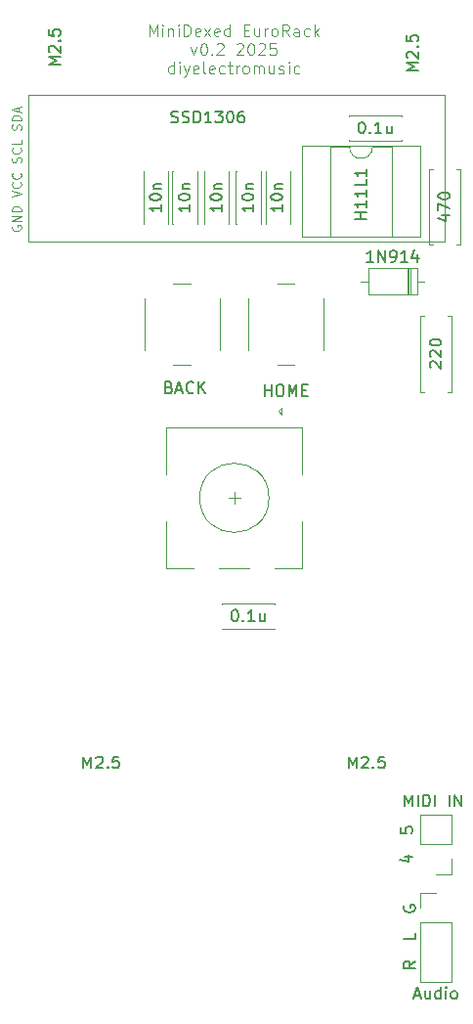
<source format=gbr>
%TF.GenerationSoftware,KiCad,Pcbnew,8.0.7*%
%TF.CreationDate,2025-02-20T21:39:26+00:00*%
%TF.ProjectId,RPi-MiniDexed-EuroRack,5250692d-4d69-46e6-9944-657865642d45,rev?*%
%TF.SameCoordinates,Original*%
%TF.FileFunction,Legend,Top*%
%TF.FilePolarity,Positive*%
%FSLAX46Y46*%
G04 Gerber Fmt 4.6, Leading zero omitted, Abs format (unit mm)*
G04 Created by KiCad (PCBNEW 8.0.7) date 2025-02-20 21:39:26*
%MOMM*%
%LPD*%
G01*
G04 APERTURE LIST*
%ADD10C,0.200000*%
%ADD11C,0.100000*%
%ADD12C,0.150000*%
%ADD13C,0.120000*%
G04 APERTURE END LIST*
D10*
X84785552Y-123297619D02*
X85452219Y-123297619D01*
X84404600Y-123535714D02*
X85118885Y-123773809D01*
X85118885Y-123773809D02*
X85118885Y-123154762D01*
X84452219Y-120773809D02*
X84452219Y-121249999D01*
X84452219Y-121249999D02*
X84928409Y-121297618D01*
X84928409Y-121297618D02*
X84880790Y-121249999D01*
X84880790Y-121249999D02*
X84833171Y-121154761D01*
X84833171Y-121154761D02*
X84833171Y-120916666D01*
X84833171Y-120916666D02*
X84880790Y-120821428D01*
X84880790Y-120821428D02*
X84928409Y-120773809D01*
X84928409Y-120773809D02*
X85023647Y-120726190D01*
X85023647Y-120726190D02*
X85261742Y-120726190D01*
X85261742Y-120726190D02*
X85356980Y-120773809D01*
X85356980Y-120773809D02*
X85404600Y-120821428D01*
X85404600Y-120821428D02*
X85452219Y-120916666D01*
X85452219Y-120916666D02*
X85452219Y-121154761D01*
X85452219Y-121154761D02*
X85404600Y-121249999D01*
X85404600Y-121249999D02*
X85356980Y-121297618D01*
D11*
X50802990Y-68695238D02*
X50764895Y-68771428D01*
X50764895Y-68771428D02*
X50764895Y-68885714D01*
X50764895Y-68885714D02*
X50802990Y-69000000D01*
X50802990Y-69000000D02*
X50879180Y-69076190D01*
X50879180Y-69076190D02*
X50955371Y-69114285D01*
X50955371Y-69114285D02*
X51107752Y-69152381D01*
X51107752Y-69152381D02*
X51222038Y-69152381D01*
X51222038Y-69152381D02*
X51374419Y-69114285D01*
X51374419Y-69114285D02*
X51450609Y-69076190D01*
X51450609Y-69076190D02*
X51526800Y-69000000D01*
X51526800Y-69000000D02*
X51564895Y-68885714D01*
X51564895Y-68885714D02*
X51564895Y-68809523D01*
X51564895Y-68809523D02*
X51526800Y-68695238D01*
X51526800Y-68695238D02*
X51488704Y-68657142D01*
X51488704Y-68657142D02*
X51222038Y-68657142D01*
X51222038Y-68657142D02*
X51222038Y-68809523D01*
X51564895Y-68314285D02*
X50764895Y-68314285D01*
X50764895Y-68314285D02*
X51564895Y-67857142D01*
X51564895Y-67857142D02*
X50764895Y-67857142D01*
X51564895Y-67476190D02*
X50764895Y-67476190D01*
X50764895Y-67476190D02*
X50764895Y-67285714D01*
X50764895Y-67285714D02*
X50802990Y-67171428D01*
X50802990Y-67171428D02*
X50879180Y-67095238D01*
X50879180Y-67095238D02*
X50955371Y-67057143D01*
X50955371Y-67057143D02*
X51107752Y-67019047D01*
X51107752Y-67019047D02*
X51222038Y-67019047D01*
X51222038Y-67019047D02*
X51374419Y-67057143D01*
X51374419Y-67057143D02*
X51450609Y-67095238D01*
X51450609Y-67095238D02*
X51526800Y-67171428D01*
X51526800Y-67171428D02*
X51564895Y-67285714D01*
X51564895Y-67285714D02*
X51564895Y-67476190D01*
X50764895Y-66180952D02*
X51564895Y-65914285D01*
X51564895Y-65914285D02*
X50764895Y-65647619D01*
X51488704Y-64923809D02*
X51526800Y-64961905D01*
X51526800Y-64961905D02*
X51564895Y-65076190D01*
X51564895Y-65076190D02*
X51564895Y-65152381D01*
X51564895Y-65152381D02*
X51526800Y-65266667D01*
X51526800Y-65266667D02*
X51450609Y-65342857D01*
X51450609Y-65342857D02*
X51374419Y-65380952D01*
X51374419Y-65380952D02*
X51222038Y-65419048D01*
X51222038Y-65419048D02*
X51107752Y-65419048D01*
X51107752Y-65419048D02*
X50955371Y-65380952D01*
X50955371Y-65380952D02*
X50879180Y-65342857D01*
X50879180Y-65342857D02*
X50802990Y-65266667D01*
X50802990Y-65266667D02*
X50764895Y-65152381D01*
X50764895Y-65152381D02*
X50764895Y-65076190D01*
X50764895Y-65076190D02*
X50802990Y-64961905D01*
X50802990Y-64961905D02*
X50841085Y-64923809D01*
X51488704Y-64123809D02*
X51526800Y-64161905D01*
X51526800Y-64161905D02*
X51564895Y-64276190D01*
X51564895Y-64276190D02*
X51564895Y-64352381D01*
X51564895Y-64352381D02*
X51526800Y-64466667D01*
X51526800Y-64466667D02*
X51450609Y-64542857D01*
X51450609Y-64542857D02*
X51374419Y-64580952D01*
X51374419Y-64580952D02*
X51222038Y-64619048D01*
X51222038Y-64619048D02*
X51107752Y-64619048D01*
X51107752Y-64619048D02*
X50955371Y-64580952D01*
X50955371Y-64580952D02*
X50879180Y-64542857D01*
X50879180Y-64542857D02*
X50802990Y-64466667D01*
X50802990Y-64466667D02*
X50764895Y-64352381D01*
X50764895Y-64352381D02*
X50764895Y-64276190D01*
X50764895Y-64276190D02*
X50802990Y-64161905D01*
X50802990Y-64161905D02*
X50841085Y-64123809D01*
X51526800Y-63209524D02*
X51564895Y-63095238D01*
X51564895Y-63095238D02*
X51564895Y-62904762D01*
X51564895Y-62904762D02*
X51526800Y-62828571D01*
X51526800Y-62828571D02*
X51488704Y-62790476D01*
X51488704Y-62790476D02*
X51412514Y-62752381D01*
X51412514Y-62752381D02*
X51336323Y-62752381D01*
X51336323Y-62752381D02*
X51260133Y-62790476D01*
X51260133Y-62790476D02*
X51222038Y-62828571D01*
X51222038Y-62828571D02*
X51183942Y-62904762D01*
X51183942Y-62904762D02*
X51145847Y-63057143D01*
X51145847Y-63057143D02*
X51107752Y-63133333D01*
X51107752Y-63133333D02*
X51069657Y-63171428D01*
X51069657Y-63171428D02*
X50993466Y-63209524D01*
X50993466Y-63209524D02*
X50917276Y-63209524D01*
X50917276Y-63209524D02*
X50841085Y-63171428D01*
X50841085Y-63171428D02*
X50802990Y-63133333D01*
X50802990Y-63133333D02*
X50764895Y-63057143D01*
X50764895Y-63057143D02*
X50764895Y-62866666D01*
X50764895Y-62866666D02*
X50802990Y-62752381D01*
X51488704Y-61952380D02*
X51526800Y-61990476D01*
X51526800Y-61990476D02*
X51564895Y-62104761D01*
X51564895Y-62104761D02*
X51564895Y-62180952D01*
X51564895Y-62180952D02*
X51526800Y-62295238D01*
X51526800Y-62295238D02*
X51450609Y-62371428D01*
X51450609Y-62371428D02*
X51374419Y-62409523D01*
X51374419Y-62409523D02*
X51222038Y-62447619D01*
X51222038Y-62447619D02*
X51107752Y-62447619D01*
X51107752Y-62447619D02*
X50955371Y-62409523D01*
X50955371Y-62409523D02*
X50879180Y-62371428D01*
X50879180Y-62371428D02*
X50802990Y-62295238D01*
X50802990Y-62295238D02*
X50764895Y-62180952D01*
X50764895Y-62180952D02*
X50764895Y-62104761D01*
X50764895Y-62104761D02*
X50802990Y-61990476D01*
X50802990Y-61990476D02*
X50841085Y-61952380D01*
X51564895Y-61228571D02*
X51564895Y-61609523D01*
X51564895Y-61609523D02*
X50764895Y-61609523D01*
X51526800Y-60390476D02*
X51564895Y-60276190D01*
X51564895Y-60276190D02*
X51564895Y-60085714D01*
X51564895Y-60085714D02*
X51526800Y-60009523D01*
X51526800Y-60009523D02*
X51488704Y-59971428D01*
X51488704Y-59971428D02*
X51412514Y-59933333D01*
X51412514Y-59933333D02*
X51336323Y-59933333D01*
X51336323Y-59933333D02*
X51260133Y-59971428D01*
X51260133Y-59971428D02*
X51222038Y-60009523D01*
X51222038Y-60009523D02*
X51183942Y-60085714D01*
X51183942Y-60085714D02*
X51145847Y-60238095D01*
X51145847Y-60238095D02*
X51107752Y-60314285D01*
X51107752Y-60314285D02*
X51069657Y-60352380D01*
X51069657Y-60352380D02*
X50993466Y-60390476D01*
X50993466Y-60390476D02*
X50917276Y-60390476D01*
X50917276Y-60390476D02*
X50841085Y-60352380D01*
X50841085Y-60352380D02*
X50802990Y-60314285D01*
X50802990Y-60314285D02*
X50764895Y-60238095D01*
X50764895Y-60238095D02*
X50764895Y-60047618D01*
X50764895Y-60047618D02*
X50802990Y-59933333D01*
X51564895Y-59590475D02*
X50764895Y-59590475D01*
X50764895Y-59590475D02*
X50764895Y-59399999D01*
X50764895Y-59399999D02*
X50802990Y-59285713D01*
X50802990Y-59285713D02*
X50879180Y-59209523D01*
X50879180Y-59209523D02*
X50955371Y-59171428D01*
X50955371Y-59171428D02*
X51107752Y-59133332D01*
X51107752Y-59133332D02*
X51222038Y-59133332D01*
X51222038Y-59133332D02*
X51374419Y-59171428D01*
X51374419Y-59171428D02*
X51450609Y-59209523D01*
X51450609Y-59209523D02*
X51526800Y-59285713D01*
X51526800Y-59285713D02*
X51564895Y-59399999D01*
X51564895Y-59399999D02*
X51564895Y-59590475D01*
X51336323Y-58828571D02*
X51336323Y-58447618D01*
X51564895Y-58904761D02*
X50764895Y-58638094D01*
X50764895Y-58638094D02*
X51564895Y-58371428D01*
X62690476Y-52292419D02*
X62690476Y-51292419D01*
X62690476Y-51292419D02*
X63023809Y-52006704D01*
X63023809Y-52006704D02*
X63357142Y-51292419D01*
X63357142Y-51292419D02*
X63357142Y-52292419D01*
X63833333Y-52292419D02*
X63833333Y-51625752D01*
X63833333Y-51292419D02*
X63785714Y-51340038D01*
X63785714Y-51340038D02*
X63833333Y-51387657D01*
X63833333Y-51387657D02*
X63880952Y-51340038D01*
X63880952Y-51340038D02*
X63833333Y-51292419D01*
X63833333Y-51292419D02*
X63833333Y-51387657D01*
X64309523Y-51625752D02*
X64309523Y-52292419D01*
X64309523Y-51720990D02*
X64357142Y-51673371D01*
X64357142Y-51673371D02*
X64452380Y-51625752D01*
X64452380Y-51625752D02*
X64595237Y-51625752D01*
X64595237Y-51625752D02*
X64690475Y-51673371D01*
X64690475Y-51673371D02*
X64738094Y-51768609D01*
X64738094Y-51768609D02*
X64738094Y-52292419D01*
X65214285Y-52292419D02*
X65214285Y-51625752D01*
X65214285Y-51292419D02*
X65166666Y-51340038D01*
X65166666Y-51340038D02*
X65214285Y-51387657D01*
X65214285Y-51387657D02*
X65261904Y-51340038D01*
X65261904Y-51340038D02*
X65214285Y-51292419D01*
X65214285Y-51292419D02*
X65214285Y-51387657D01*
X65690475Y-52292419D02*
X65690475Y-51292419D01*
X65690475Y-51292419D02*
X65928570Y-51292419D01*
X65928570Y-51292419D02*
X66071427Y-51340038D01*
X66071427Y-51340038D02*
X66166665Y-51435276D01*
X66166665Y-51435276D02*
X66214284Y-51530514D01*
X66214284Y-51530514D02*
X66261903Y-51720990D01*
X66261903Y-51720990D02*
X66261903Y-51863847D01*
X66261903Y-51863847D02*
X66214284Y-52054323D01*
X66214284Y-52054323D02*
X66166665Y-52149561D01*
X66166665Y-52149561D02*
X66071427Y-52244800D01*
X66071427Y-52244800D02*
X65928570Y-52292419D01*
X65928570Y-52292419D02*
X65690475Y-52292419D01*
X67071427Y-52244800D02*
X66976189Y-52292419D01*
X66976189Y-52292419D02*
X66785713Y-52292419D01*
X66785713Y-52292419D02*
X66690475Y-52244800D01*
X66690475Y-52244800D02*
X66642856Y-52149561D01*
X66642856Y-52149561D02*
X66642856Y-51768609D01*
X66642856Y-51768609D02*
X66690475Y-51673371D01*
X66690475Y-51673371D02*
X66785713Y-51625752D01*
X66785713Y-51625752D02*
X66976189Y-51625752D01*
X66976189Y-51625752D02*
X67071427Y-51673371D01*
X67071427Y-51673371D02*
X67119046Y-51768609D01*
X67119046Y-51768609D02*
X67119046Y-51863847D01*
X67119046Y-51863847D02*
X66642856Y-51959085D01*
X67452380Y-52292419D02*
X67976189Y-51625752D01*
X67452380Y-51625752D02*
X67976189Y-52292419D01*
X68738094Y-52244800D02*
X68642856Y-52292419D01*
X68642856Y-52292419D02*
X68452380Y-52292419D01*
X68452380Y-52292419D02*
X68357142Y-52244800D01*
X68357142Y-52244800D02*
X68309523Y-52149561D01*
X68309523Y-52149561D02*
X68309523Y-51768609D01*
X68309523Y-51768609D02*
X68357142Y-51673371D01*
X68357142Y-51673371D02*
X68452380Y-51625752D01*
X68452380Y-51625752D02*
X68642856Y-51625752D01*
X68642856Y-51625752D02*
X68738094Y-51673371D01*
X68738094Y-51673371D02*
X68785713Y-51768609D01*
X68785713Y-51768609D02*
X68785713Y-51863847D01*
X68785713Y-51863847D02*
X68309523Y-51959085D01*
X69642856Y-52292419D02*
X69642856Y-51292419D01*
X69642856Y-52244800D02*
X69547618Y-52292419D01*
X69547618Y-52292419D02*
X69357142Y-52292419D01*
X69357142Y-52292419D02*
X69261904Y-52244800D01*
X69261904Y-52244800D02*
X69214285Y-52197180D01*
X69214285Y-52197180D02*
X69166666Y-52101942D01*
X69166666Y-52101942D02*
X69166666Y-51816228D01*
X69166666Y-51816228D02*
X69214285Y-51720990D01*
X69214285Y-51720990D02*
X69261904Y-51673371D01*
X69261904Y-51673371D02*
X69357142Y-51625752D01*
X69357142Y-51625752D02*
X69547618Y-51625752D01*
X69547618Y-51625752D02*
X69642856Y-51673371D01*
X70880952Y-51768609D02*
X71214285Y-51768609D01*
X71357142Y-52292419D02*
X70880952Y-52292419D01*
X70880952Y-52292419D02*
X70880952Y-51292419D01*
X70880952Y-51292419D02*
X71357142Y-51292419D01*
X72214285Y-51625752D02*
X72214285Y-52292419D01*
X71785714Y-51625752D02*
X71785714Y-52149561D01*
X71785714Y-52149561D02*
X71833333Y-52244800D01*
X71833333Y-52244800D02*
X71928571Y-52292419D01*
X71928571Y-52292419D02*
X72071428Y-52292419D01*
X72071428Y-52292419D02*
X72166666Y-52244800D01*
X72166666Y-52244800D02*
X72214285Y-52197180D01*
X72690476Y-52292419D02*
X72690476Y-51625752D01*
X72690476Y-51816228D02*
X72738095Y-51720990D01*
X72738095Y-51720990D02*
X72785714Y-51673371D01*
X72785714Y-51673371D02*
X72880952Y-51625752D01*
X72880952Y-51625752D02*
X72976190Y-51625752D01*
X73452381Y-52292419D02*
X73357143Y-52244800D01*
X73357143Y-52244800D02*
X73309524Y-52197180D01*
X73309524Y-52197180D02*
X73261905Y-52101942D01*
X73261905Y-52101942D02*
X73261905Y-51816228D01*
X73261905Y-51816228D02*
X73309524Y-51720990D01*
X73309524Y-51720990D02*
X73357143Y-51673371D01*
X73357143Y-51673371D02*
X73452381Y-51625752D01*
X73452381Y-51625752D02*
X73595238Y-51625752D01*
X73595238Y-51625752D02*
X73690476Y-51673371D01*
X73690476Y-51673371D02*
X73738095Y-51720990D01*
X73738095Y-51720990D02*
X73785714Y-51816228D01*
X73785714Y-51816228D02*
X73785714Y-52101942D01*
X73785714Y-52101942D02*
X73738095Y-52197180D01*
X73738095Y-52197180D02*
X73690476Y-52244800D01*
X73690476Y-52244800D02*
X73595238Y-52292419D01*
X73595238Y-52292419D02*
X73452381Y-52292419D01*
X74785714Y-52292419D02*
X74452381Y-51816228D01*
X74214286Y-52292419D02*
X74214286Y-51292419D01*
X74214286Y-51292419D02*
X74595238Y-51292419D01*
X74595238Y-51292419D02*
X74690476Y-51340038D01*
X74690476Y-51340038D02*
X74738095Y-51387657D01*
X74738095Y-51387657D02*
X74785714Y-51482895D01*
X74785714Y-51482895D02*
X74785714Y-51625752D01*
X74785714Y-51625752D02*
X74738095Y-51720990D01*
X74738095Y-51720990D02*
X74690476Y-51768609D01*
X74690476Y-51768609D02*
X74595238Y-51816228D01*
X74595238Y-51816228D02*
X74214286Y-51816228D01*
X75642857Y-52292419D02*
X75642857Y-51768609D01*
X75642857Y-51768609D02*
X75595238Y-51673371D01*
X75595238Y-51673371D02*
X75500000Y-51625752D01*
X75500000Y-51625752D02*
X75309524Y-51625752D01*
X75309524Y-51625752D02*
X75214286Y-51673371D01*
X75642857Y-52244800D02*
X75547619Y-52292419D01*
X75547619Y-52292419D02*
X75309524Y-52292419D01*
X75309524Y-52292419D02*
X75214286Y-52244800D01*
X75214286Y-52244800D02*
X75166667Y-52149561D01*
X75166667Y-52149561D02*
X75166667Y-52054323D01*
X75166667Y-52054323D02*
X75214286Y-51959085D01*
X75214286Y-51959085D02*
X75309524Y-51911466D01*
X75309524Y-51911466D02*
X75547619Y-51911466D01*
X75547619Y-51911466D02*
X75642857Y-51863847D01*
X76547619Y-52244800D02*
X76452381Y-52292419D01*
X76452381Y-52292419D02*
X76261905Y-52292419D01*
X76261905Y-52292419D02*
X76166667Y-52244800D01*
X76166667Y-52244800D02*
X76119048Y-52197180D01*
X76119048Y-52197180D02*
X76071429Y-52101942D01*
X76071429Y-52101942D02*
X76071429Y-51816228D01*
X76071429Y-51816228D02*
X76119048Y-51720990D01*
X76119048Y-51720990D02*
X76166667Y-51673371D01*
X76166667Y-51673371D02*
X76261905Y-51625752D01*
X76261905Y-51625752D02*
X76452381Y-51625752D01*
X76452381Y-51625752D02*
X76547619Y-51673371D01*
X76976191Y-52292419D02*
X76976191Y-51292419D01*
X77071429Y-51911466D02*
X77357143Y-52292419D01*
X77357143Y-51625752D02*
X76976191Y-52006704D01*
X66285714Y-53235696D02*
X66523809Y-53902363D01*
X66523809Y-53902363D02*
X66761904Y-53235696D01*
X67333333Y-52902363D02*
X67428571Y-52902363D01*
X67428571Y-52902363D02*
X67523809Y-52949982D01*
X67523809Y-52949982D02*
X67571428Y-52997601D01*
X67571428Y-52997601D02*
X67619047Y-53092839D01*
X67619047Y-53092839D02*
X67666666Y-53283315D01*
X67666666Y-53283315D02*
X67666666Y-53521410D01*
X67666666Y-53521410D02*
X67619047Y-53711886D01*
X67619047Y-53711886D02*
X67571428Y-53807124D01*
X67571428Y-53807124D02*
X67523809Y-53854744D01*
X67523809Y-53854744D02*
X67428571Y-53902363D01*
X67428571Y-53902363D02*
X67333333Y-53902363D01*
X67333333Y-53902363D02*
X67238095Y-53854744D01*
X67238095Y-53854744D02*
X67190476Y-53807124D01*
X67190476Y-53807124D02*
X67142857Y-53711886D01*
X67142857Y-53711886D02*
X67095238Y-53521410D01*
X67095238Y-53521410D02*
X67095238Y-53283315D01*
X67095238Y-53283315D02*
X67142857Y-53092839D01*
X67142857Y-53092839D02*
X67190476Y-52997601D01*
X67190476Y-52997601D02*
X67238095Y-52949982D01*
X67238095Y-52949982D02*
X67333333Y-52902363D01*
X68095238Y-53807124D02*
X68142857Y-53854744D01*
X68142857Y-53854744D02*
X68095238Y-53902363D01*
X68095238Y-53902363D02*
X68047619Y-53854744D01*
X68047619Y-53854744D02*
X68095238Y-53807124D01*
X68095238Y-53807124D02*
X68095238Y-53902363D01*
X68523809Y-52997601D02*
X68571428Y-52949982D01*
X68571428Y-52949982D02*
X68666666Y-52902363D01*
X68666666Y-52902363D02*
X68904761Y-52902363D01*
X68904761Y-52902363D02*
X68999999Y-52949982D01*
X68999999Y-52949982D02*
X69047618Y-52997601D01*
X69047618Y-52997601D02*
X69095237Y-53092839D01*
X69095237Y-53092839D02*
X69095237Y-53188077D01*
X69095237Y-53188077D02*
X69047618Y-53330934D01*
X69047618Y-53330934D02*
X68476190Y-53902363D01*
X68476190Y-53902363D02*
X69095237Y-53902363D01*
X70238095Y-52997601D02*
X70285714Y-52949982D01*
X70285714Y-52949982D02*
X70380952Y-52902363D01*
X70380952Y-52902363D02*
X70619047Y-52902363D01*
X70619047Y-52902363D02*
X70714285Y-52949982D01*
X70714285Y-52949982D02*
X70761904Y-52997601D01*
X70761904Y-52997601D02*
X70809523Y-53092839D01*
X70809523Y-53092839D02*
X70809523Y-53188077D01*
X70809523Y-53188077D02*
X70761904Y-53330934D01*
X70761904Y-53330934D02*
X70190476Y-53902363D01*
X70190476Y-53902363D02*
X70809523Y-53902363D01*
X71428571Y-52902363D02*
X71523809Y-52902363D01*
X71523809Y-52902363D02*
X71619047Y-52949982D01*
X71619047Y-52949982D02*
X71666666Y-52997601D01*
X71666666Y-52997601D02*
X71714285Y-53092839D01*
X71714285Y-53092839D02*
X71761904Y-53283315D01*
X71761904Y-53283315D02*
X71761904Y-53521410D01*
X71761904Y-53521410D02*
X71714285Y-53711886D01*
X71714285Y-53711886D02*
X71666666Y-53807124D01*
X71666666Y-53807124D02*
X71619047Y-53854744D01*
X71619047Y-53854744D02*
X71523809Y-53902363D01*
X71523809Y-53902363D02*
X71428571Y-53902363D01*
X71428571Y-53902363D02*
X71333333Y-53854744D01*
X71333333Y-53854744D02*
X71285714Y-53807124D01*
X71285714Y-53807124D02*
X71238095Y-53711886D01*
X71238095Y-53711886D02*
X71190476Y-53521410D01*
X71190476Y-53521410D02*
X71190476Y-53283315D01*
X71190476Y-53283315D02*
X71238095Y-53092839D01*
X71238095Y-53092839D02*
X71285714Y-52997601D01*
X71285714Y-52997601D02*
X71333333Y-52949982D01*
X71333333Y-52949982D02*
X71428571Y-52902363D01*
X72142857Y-52997601D02*
X72190476Y-52949982D01*
X72190476Y-52949982D02*
X72285714Y-52902363D01*
X72285714Y-52902363D02*
X72523809Y-52902363D01*
X72523809Y-52902363D02*
X72619047Y-52949982D01*
X72619047Y-52949982D02*
X72666666Y-52997601D01*
X72666666Y-52997601D02*
X72714285Y-53092839D01*
X72714285Y-53092839D02*
X72714285Y-53188077D01*
X72714285Y-53188077D02*
X72666666Y-53330934D01*
X72666666Y-53330934D02*
X72095238Y-53902363D01*
X72095238Y-53902363D02*
X72714285Y-53902363D01*
X73619047Y-52902363D02*
X73142857Y-52902363D01*
X73142857Y-52902363D02*
X73095238Y-53378553D01*
X73095238Y-53378553D02*
X73142857Y-53330934D01*
X73142857Y-53330934D02*
X73238095Y-53283315D01*
X73238095Y-53283315D02*
X73476190Y-53283315D01*
X73476190Y-53283315D02*
X73571428Y-53330934D01*
X73571428Y-53330934D02*
X73619047Y-53378553D01*
X73619047Y-53378553D02*
X73666666Y-53473791D01*
X73666666Y-53473791D02*
X73666666Y-53711886D01*
X73666666Y-53711886D02*
X73619047Y-53807124D01*
X73619047Y-53807124D02*
X73571428Y-53854744D01*
X73571428Y-53854744D02*
X73476190Y-53902363D01*
X73476190Y-53902363D02*
X73238095Y-53902363D01*
X73238095Y-53902363D02*
X73142857Y-53854744D01*
X73142857Y-53854744D02*
X73095238Y-53807124D01*
X64809523Y-55512307D02*
X64809523Y-54512307D01*
X64809523Y-55464688D02*
X64714285Y-55512307D01*
X64714285Y-55512307D02*
X64523809Y-55512307D01*
X64523809Y-55512307D02*
X64428571Y-55464688D01*
X64428571Y-55464688D02*
X64380952Y-55417068D01*
X64380952Y-55417068D02*
X64333333Y-55321830D01*
X64333333Y-55321830D02*
X64333333Y-55036116D01*
X64333333Y-55036116D02*
X64380952Y-54940878D01*
X64380952Y-54940878D02*
X64428571Y-54893259D01*
X64428571Y-54893259D02*
X64523809Y-54845640D01*
X64523809Y-54845640D02*
X64714285Y-54845640D01*
X64714285Y-54845640D02*
X64809523Y-54893259D01*
X65285714Y-55512307D02*
X65285714Y-54845640D01*
X65285714Y-54512307D02*
X65238095Y-54559926D01*
X65238095Y-54559926D02*
X65285714Y-54607545D01*
X65285714Y-54607545D02*
X65333333Y-54559926D01*
X65333333Y-54559926D02*
X65285714Y-54512307D01*
X65285714Y-54512307D02*
X65285714Y-54607545D01*
X65666666Y-54845640D02*
X65904761Y-55512307D01*
X66142856Y-54845640D02*
X65904761Y-55512307D01*
X65904761Y-55512307D02*
X65809523Y-55750402D01*
X65809523Y-55750402D02*
X65761904Y-55798021D01*
X65761904Y-55798021D02*
X65666666Y-55845640D01*
X66904761Y-55464688D02*
X66809523Y-55512307D01*
X66809523Y-55512307D02*
X66619047Y-55512307D01*
X66619047Y-55512307D02*
X66523809Y-55464688D01*
X66523809Y-55464688D02*
X66476190Y-55369449D01*
X66476190Y-55369449D02*
X66476190Y-54988497D01*
X66476190Y-54988497D02*
X66523809Y-54893259D01*
X66523809Y-54893259D02*
X66619047Y-54845640D01*
X66619047Y-54845640D02*
X66809523Y-54845640D01*
X66809523Y-54845640D02*
X66904761Y-54893259D01*
X66904761Y-54893259D02*
X66952380Y-54988497D01*
X66952380Y-54988497D02*
X66952380Y-55083735D01*
X66952380Y-55083735D02*
X66476190Y-55178973D01*
X67523809Y-55512307D02*
X67428571Y-55464688D01*
X67428571Y-55464688D02*
X67380952Y-55369449D01*
X67380952Y-55369449D02*
X67380952Y-54512307D01*
X68285714Y-55464688D02*
X68190476Y-55512307D01*
X68190476Y-55512307D02*
X68000000Y-55512307D01*
X68000000Y-55512307D02*
X67904762Y-55464688D01*
X67904762Y-55464688D02*
X67857143Y-55369449D01*
X67857143Y-55369449D02*
X67857143Y-54988497D01*
X67857143Y-54988497D02*
X67904762Y-54893259D01*
X67904762Y-54893259D02*
X68000000Y-54845640D01*
X68000000Y-54845640D02*
X68190476Y-54845640D01*
X68190476Y-54845640D02*
X68285714Y-54893259D01*
X68285714Y-54893259D02*
X68333333Y-54988497D01*
X68333333Y-54988497D02*
X68333333Y-55083735D01*
X68333333Y-55083735D02*
X67857143Y-55178973D01*
X69190476Y-55464688D02*
X69095238Y-55512307D01*
X69095238Y-55512307D02*
X68904762Y-55512307D01*
X68904762Y-55512307D02*
X68809524Y-55464688D01*
X68809524Y-55464688D02*
X68761905Y-55417068D01*
X68761905Y-55417068D02*
X68714286Y-55321830D01*
X68714286Y-55321830D02*
X68714286Y-55036116D01*
X68714286Y-55036116D02*
X68761905Y-54940878D01*
X68761905Y-54940878D02*
X68809524Y-54893259D01*
X68809524Y-54893259D02*
X68904762Y-54845640D01*
X68904762Y-54845640D02*
X69095238Y-54845640D01*
X69095238Y-54845640D02*
X69190476Y-54893259D01*
X69476191Y-54845640D02*
X69857143Y-54845640D01*
X69619048Y-54512307D02*
X69619048Y-55369449D01*
X69619048Y-55369449D02*
X69666667Y-55464688D01*
X69666667Y-55464688D02*
X69761905Y-55512307D01*
X69761905Y-55512307D02*
X69857143Y-55512307D01*
X70190477Y-55512307D02*
X70190477Y-54845640D01*
X70190477Y-55036116D02*
X70238096Y-54940878D01*
X70238096Y-54940878D02*
X70285715Y-54893259D01*
X70285715Y-54893259D02*
X70380953Y-54845640D01*
X70380953Y-54845640D02*
X70476191Y-54845640D01*
X70952382Y-55512307D02*
X70857144Y-55464688D01*
X70857144Y-55464688D02*
X70809525Y-55417068D01*
X70809525Y-55417068D02*
X70761906Y-55321830D01*
X70761906Y-55321830D02*
X70761906Y-55036116D01*
X70761906Y-55036116D02*
X70809525Y-54940878D01*
X70809525Y-54940878D02*
X70857144Y-54893259D01*
X70857144Y-54893259D02*
X70952382Y-54845640D01*
X70952382Y-54845640D02*
X71095239Y-54845640D01*
X71095239Y-54845640D02*
X71190477Y-54893259D01*
X71190477Y-54893259D02*
X71238096Y-54940878D01*
X71238096Y-54940878D02*
X71285715Y-55036116D01*
X71285715Y-55036116D02*
X71285715Y-55321830D01*
X71285715Y-55321830D02*
X71238096Y-55417068D01*
X71238096Y-55417068D02*
X71190477Y-55464688D01*
X71190477Y-55464688D02*
X71095239Y-55512307D01*
X71095239Y-55512307D02*
X70952382Y-55512307D01*
X71714287Y-55512307D02*
X71714287Y-54845640D01*
X71714287Y-54940878D02*
X71761906Y-54893259D01*
X71761906Y-54893259D02*
X71857144Y-54845640D01*
X71857144Y-54845640D02*
X72000001Y-54845640D01*
X72000001Y-54845640D02*
X72095239Y-54893259D01*
X72095239Y-54893259D02*
X72142858Y-54988497D01*
X72142858Y-54988497D02*
X72142858Y-55512307D01*
X72142858Y-54988497D02*
X72190477Y-54893259D01*
X72190477Y-54893259D02*
X72285715Y-54845640D01*
X72285715Y-54845640D02*
X72428572Y-54845640D01*
X72428572Y-54845640D02*
X72523811Y-54893259D01*
X72523811Y-54893259D02*
X72571430Y-54988497D01*
X72571430Y-54988497D02*
X72571430Y-55512307D01*
X73476191Y-54845640D02*
X73476191Y-55512307D01*
X73047620Y-54845640D02*
X73047620Y-55369449D01*
X73047620Y-55369449D02*
X73095239Y-55464688D01*
X73095239Y-55464688D02*
X73190477Y-55512307D01*
X73190477Y-55512307D02*
X73333334Y-55512307D01*
X73333334Y-55512307D02*
X73428572Y-55464688D01*
X73428572Y-55464688D02*
X73476191Y-55417068D01*
X73904763Y-55464688D02*
X74000001Y-55512307D01*
X74000001Y-55512307D02*
X74190477Y-55512307D01*
X74190477Y-55512307D02*
X74285715Y-55464688D01*
X74285715Y-55464688D02*
X74333334Y-55369449D01*
X74333334Y-55369449D02*
X74333334Y-55321830D01*
X74333334Y-55321830D02*
X74285715Y-55226592D01*
X74285715Y-55226592D02*
X74190477Y-55178973D01*
X74190477Y-55178973D02*
X74047620Y-55178973D01*
X74047620Y-55178973D02*
X73952382Y-55131354D01*
X73952382Y-55131354D02*
X73904763Y-55036116D01*
X73904763Y-55036116D02*
X73904763Y-54988497D01*
X73904763Y-54988497D02*
X73952382Y-54893259D01*
X73952382Y-54893259D02*
X74047620Y-54845640D01*
X74047620Y-54845640D02*
X74190477Y-54845640D01*
X74190477Y-54845640D02*
X74285715Y-54893259D01*
X74761906Y-55512307D02*
X74761906Y-54845640D01*
X74761906Y-54512307D02*
X74714287Y-54559926D01*
X74714287Y-54559926D02*
X74761906Y-54607545D01*
X74761906Y-54607545D02*
X74809525Y-54559926D01*
X74809525Y-54559926D02*
X74761906Y-54512307D01*
X74761906Y-54512307D02*
X74761906Y-54607545D01*
X75666667Y-55464688D02*
X75571429Y-55512307D01*
X75571429Y-55512307D02*
X75380953Y-55512307D01*
X75380953Y-55512307D02*
X75285715Y-55464688D01*
X75285715Y-55464688D02*
X75238096Y-55417068D01*
X75238096Y-55417068D02*
X75190477Y-55321830D01*
X75190477Y-55321830D02*
X75190477Y-55036116D01*
X75190477Y-55036116D02*
X75238096Y-54940878D01*
X75238096Y-54940878D02*
X75285715Y-54893259D01*
X75285715Y-54893259D02*
X75380953Y-54845640D01*
X75380953Y-54845640D02*
X75571429Y-54845640D01*
X75571429Y-54845640D02*
X75666667Y-54893259D01*
D10*
X85702219Y-132369048D02*
X85226028Y-132702381D01*
X85702219Y-132940476D02*
X84702219Y-132940476D01*
X84702219Y-132940476D02*
X84702219Y-132559524D01*
X84702219Y-132559524D02*
X84749838Y-132464286D01*
X84749838Y-132464286D02*
X84797457Y-132416667D01*
X84797457Y-132416667D02*
X84892695Y-132369048D01*
X84892695Y-132369048D02*
X85035552Y-132369048D01*
X85035552Y-132369048D02*
X85130790Y-132416667D01*
X85130790Y-132416667D02*
X85178409Y-132464286D01*
X85178409Y-132464286D02*
X85226028Y-132559524D01*
X85226028Y-132559524D02*
X85226028Y-132940476D01*
X85702219Y-129940476D02*
X85702219Y-130416666D01*
X85702219Y-130416666D02*
X84702219Y-130416666D01*
X84749838Y-127559523D02*
X84702219Y-127654761D01*
X84702219Y-127654761D02*
X84702219Y-127797618D01*
X84702219Y-127797618D02*
X84749838Y-127940475D01*
X84749838Y-127940475D02*
X84845076Y-128035713D01*
X84845076Y-128035713D02*
X84940314Y-128083332D01*
X84940314Y-128083332D02*
X85130790Y-128130951D01*
X85130790Y-128130951D02*
X85273647Y-128130951D01*
X85273647Y-128130951D02*
X85464123Y-128083332D01*
X85464123Y-128083332D02*
X85559361Y-128035713D01*
X85559361Y-128035713D02*
X85654600Y-127940475D01*
X85654600Y-127940475D02*
X85702219Y-127797618D01*
X85702219Y-127797618D02*
X85702219Y-127702380D01*
X85702219Y-127702380D02*
X85654600Y-127559523D01*
X85654600Y-127559523D02*
X85606980Y-127511904D01*
X85606980Y-127511904D02*
X85273647Y-127511904D01*
X85273647Y-127511904D02*
X85273647Y-127702380D01*
D12*
X54954819Y-54773808D02*
X53954819Y-54773808D01*
X53954819Y-54773808D02*
X54669104Y-54440475D01*
X54669104Y-54440475D02*
X53954819Y-54107142D01*
X53954819Y-54107142D02*
X54954819Y-54107142D01*
X54050057Y-53678570D02*
X54002438Y-53630951D01*
X54002438Y-53630951D02*
X53954819Y-53535713D01*
X53954819Y-53535713D02*
X53954819Y-53297618D01*
X53954819Y-53297618D02*
X54002438Y-53202380D01*
X54002438Y-53202380D02*
X54050057Y-53154761D01*
X54050057Y-53154761D02*
X54145295Y-53107142D01*
X54145295Y-53107142D02*
X54240533Y-53107142D01*
X54240533Y-53107142D02*
X54383390Y-53154761D01*
X54383390Y-53154761D02*
X54954819Y-53726189D01*
X54954819Y-53726189D02*
X54954819Y-53107142D01*
X54859580Y-52678570D02*
X54907200Y-52630951D01*
X54907200Y-52630951D02*
X54954819Y-52678570D01*
X54954819Y-52678570D02*
X54907200Y-52726189D01*
X54907200Y-52726189D02*
X54859580Y-52678570D01*
X54859580Y-52678570D02*
X54954819Y-52678570D01*
X53954819Y-51726190D02*
X53954819Y-52202380D01*
X53954819Y-52202380D02*
X54431009Y-52249999D01*
X54431009Y-52249999D02*
X54383390Y-52202380D01*
X54383390Y-52202380D02*
X54335771Y-52107142D01*
X54335771Y-52107142D02*
X54335771Y-51869047D01*
X54335771Y-51869047D02*
X54383390Y-51773809D01*
X54383390Y-51773809D02*
X54431009Y-51726190D01*
X54431009Y-51726190D02*
X54526247Y-51678571D01*
X54526247Y-51678571D02*
X54764342Y-51678571D01*
X54764342Y-51678571D02*
X54859580Y-51726190D01*
X54859580Y-51726190D02*
X54907200Y-51773809D01*
X54907200Y-51773809D02*
X54954819Y-51869047D01*
X54954819Y-51869047D02*
X54954819Y-52107142D01*
X54954819Y-52107142D02*
X54907200Y-52202380D01*
X54907200Y-52202380D02*
X54859580Y-52249999D01*
X81464819Y-68119047D02*
X80464819Y-68119047D01*
X80941009Y-68119047D02*
X80941009Y-67547619D01*
X81464819Y-67547619D02*
X80464819Y-67547619D01*
X81464819Y-66547619D02*
X81464819Y-67119047D01*
X81464819Y-66833333D02*
X80464819Y-66833333D01*
X80464819Y-66833333D02*
X80607676Y-66928571D01*
X80607676Y-66928571D02*
X80702914Y-67023809D01*
X80702914Y-67023809D02*
X80750533Y-67119047D01*
X81464819Y-65595238D02*
X81464819Y-66166666D01*
X81464819Y-65880952D02*
X80464819Y-65880952D01*
X80464819Y-65880952D02*
X80607676Y-65976190D01*
X80607676Y-65976190D02*
X80702914Y-66071428D01*
X80702914Y-66071428D02*
X80750533Y-66166666D01*
X81464819Y-64690476D02*
X81464819Y-65166666D01*
X81464819Y-65166666D02*
X80464819Y-65166666D01*
X81464819Y-63833333D02*
X81464819Y-64404761D01*
X81464819Y-64119047D02*
X80464819Y-64119047D01*
X80464819Y-64119047D02*
X80607676Y-64214285D01*
X80607676Y-64214285D02*
X80702914Y-64309523D01*
X80702914Y-64309523D02*
X80750533Y-64404761D01*
X56976191Y-115654819D02*
X56976191Y-114654819D01*
X56976191Y-114654819D02*
X57309524Y-115369104D01*
X57309524Y-115369104D02*
X57642857Y-114654819D01*
X57642857Y-114654819D02*
X57642857Y-115654819D01*
X58071429Y-114750057D02*
X58119048Y-114702438D01*
X58119048Y-114702438D02*
X58214286Y-114654819D01*
X58214286Y-114654819D02*
X58452381Y-114654819D01*
X58452381Y-114654819D02*
X58547619Y-114702438D01*
X58547619Y-114702438D02*
X58595238Y-114750057D01*
X58595238Y-114750057D02*
X58642857Y-114845295D01*
X58642857Y-114845295D02*
X58642857Y-114940533D01*
X58642857Y-114940533D02*
X58595238Y-115083390D01*
X58595238Y-115083390D02*
X58023810Y-115654819D01*
X58023810Y-115654819D02*
X58642857Y-115654819D01*
X59071429Y-115559580D02*
X59119048Y-115607200D01*
X59119048Y-115607200D02*
X59071429Y-115654819D01*
X59071429Y-115654819D02*
X59023810Y-115607200D01*
X59023810Y-115607200D02*
X59071429Y-115559580D01*
X59071429Y-115559580D02*
X59071429Y-115654819D01*
X60023809Y-114654819D02*
X59547619Y-114654819D01*
X59547619Y-114654819D02*
X59500000Y-115131009D01*
X59500000Y-115131009D02*
X59547619Y-115083390D01*
X59547619Y-115083390D02*
X59642857Y-115035771D01*
X59642857Y-115035771D02*
X59880952Y-115035771D01*
X59880952Y-115035771D02*
X59976190Y-115083390D01*
X59976190Y-115083390D02*
X60023809Y-115131009D01*
X60023809Y-115131009D02*
X60071428Y-115226247D01*
X60071428Y-115226247D02*
X60071428Y-115464342D01*
X60071428Y-115464342D02*
X60023809Y-115559580D01*
X60023809Y-115559580D02*
X59976190Y-115607200D01*
X59976190Y-115607200D02*
X59880952Y-115654819D01*
X59880952Y-115654819D02*
X59642857Y-115654819D01*
X59642857Y-115654819D02*
X59547619Y-115607200D01*
X59547619Y-115607200D02*
X59500000Y-115559580D01*
X66204819Y-66892857D02*
X66204819Y-67464285D01*
X66204819Y-67178571D02*
X65204819Y-67178571D01*
X65204819Y-67178571D02*
X65347676Y-67273809D01*
X65347676Y-67273809D02*
X65442914Y-67369047D01*
X65442914Y-67369047D02*
X65490533Y-67464285D01*
X65204819Y-66273809D02*
X65204819Y-66178571D01*
X65204819Y-66178571D02*
X65252438Y-66083333D01*
X65252438Y-66083333D02*
X65300057Y-66035714D01*
X65300057Y-66035714D02*
X65395295Y-65988095D01*
X65395295Y-65988095D02*
X65585771Y-65940476D01*
X65585771Y-65940476D02*
X65823866Y-65940476D01*
X65823866Y-65940476D02*
X66014342Y-65988095D01*
X66014342Y-65988095D02*
X66109580Y-66035714D01*
X66109580Y-66035714D02*
X66157200Y-66083333D01*
X66157200Y-66083333D02*
X66204819Y-66178571D01*
X66204819Y-66178571D02*
X66204819Y-66273809D01*
X66204819Y-66273809D02*
X66157200Y-66369047D01*
X66157200Y-66369047D02*
X66109580Y-66416666D01*
X66109580Y-66416666D02*
X66014342Y-66464285D01*
X66014342Y-66464285D02*
X65823866Y-66511904D01*
X65823866Y-66511904D02*
X65585771Y-66511904D01*
X65585771Y-66511904D02*
X65395295Y-66464285D01*
X65395295Y-66464285D02*
X65300057Y-66416666D01*
X65300057Y-66416666D02*
X65252438Y-66369047D01*
X65252438Y-66369047D02*
X65204819Y-66273809D01*
X65538152Y-65511904D02*
X66204819Y-65511904D01*
X65633390Y-65511904D02*
X65585771Y-65464285D01*
X65585771Y-65464285D02*
X65538152Y-65369047D01*
X65538152Y-65369047D02*
X65538152Y-65226190D01*
X65538152Y-65226190D02*
X65585771Y-65130952D01*
X65585771Y-65130952D02*
X65681009Y-65083333D01*
X65681009Y-65083333D02*
X66204819Y-65083333D01*
X68954819Y-66892857D02*
X68954819Y-67464285D01*
X68954819Y-67178571D02*
X67954819Y-67178571D01*
X67954819Y-67178571D02*
X68097676Y-67273809D01*
X68097676Y-67273809D02*
X68192914Y-67369047D01*
X68192914Y-67369047D02*
X68240533Y-67464285D01*
X67954819Y-66273809D02*
X67954819Y-66178571D01*
X67954819Y-66178571D02*
X68002438Y-66083333D01*
X68002438Y-66083333D02*
X68050057Y-66035714D01*
X68050057Y-66035714D02*
X68145295Y-65988095D01*
X68145295Y-65988095D02*
X68335771Y-65940476D01*
X68335771Y-65940476D02*
X68573866Y-65940476D01*
X68573866Y-65940476D02*
X68764342Y-65988095D01*
X68764342Y-65988095D02*
X68859580Y-66035714D01*
X68859580Y-66035714D02*
X68907200Y-66083333D01*
X68907200Y-66083333D02*
X68954819Y-66178571D01*
X68954819Y-66178571D02*
X68954819Y-66273809D01*
X68954819Y-66273809D02*
X68907200Y-66369047D01*
X68907200Y-66369047D02*
X68859580Y-66416666D01*
X68859580Y-66416666D02*
X68764342Y-66464285D01*
X68764342Y-66464285D02*
X68573866Y-66511904D01*
X68573866Y-66511904D02*
X68335771Y-66511904D01*
X68335771Y-66511904D02*
X68145295Y-66464285D01*
X68145295Y-66464285D02*
X68050057Y-66416666D01*
X68050057Y-66416666D02*
X68002438Y-66369047D01*
X68002438Y-66369047D02*
X67954819Y-66273809D01*
X68288152Y-65511904D02*
X68954819Y-65511904D01*
X68383390Y-65511904D02*
X68335771Y-65464285D01*
X68335771Y-65464285D02*
X68288152Y-65369047D01*
X68288152Y-65369047D02*
X68288152Y-65226190D01*
X68288152Y-65226190D02*
X68335771Y-65130952D01*
X68335771Y-65130952D02*
X68431009Y-65083333D01*
X68431009Y-65083333D02*
X68954819Y-65083333D01*
X70035714Y-101929819D02*
X70130952Y-101929819D01*
X70130952Y-101929819D02*
X70226190Y-101977438D01*
X70226190Y-101977438D02*
X70273809Y-102025057D01*
X70273809Y-102025057D02*
X70321428Y-102120295D01*
X70321428Y-102120295D02*
X70369047Y-102310771D01*
X70369047Y-102310771D02*
X70369047Y-102548866D01*
X70369047Y-102548866D02*
X70321428Y-102739342D01*
X70321428Y-102739342D02*
X70273809Y-102834580D01*
X70273809Y-102834580D02*
X70226190Y-102882200D01*
X70226190Y-102882200D02*
X70130952Y-102929819D01*
X70130952Y-102929819D02*
X70035714Y-102929819D01*
X70035714Y-102929819D02*
X69940476Y-102882200D01*
X69940476Y-102882200D02*
X69892857Y-102834580D01*
X69892857Y-102834580D02*
X69845238Y-102739342D01*
X69845238Y-102739342D02*
X69797619Y-102548866D01*
X69797619Y-102548866D02*
X69797619Y-102310771D01*
X69797619Y-102310771D02*
X69845238Y-102120295D01*
X69845238Y-102120295D02*
X69892857Y-102025057D01*
X69892857Y-102025057D02*
X69940476Y-101977438D01*
X69940476Y-101977438D02*
X70035714Y-101929819D01*
X70797619Y-102834580D02*
X70845238Y-102882200D01*
X70845238Y-102882200D02*
X70797619Y-102929819D01*
X70797619Y-102929819D02*
X70750000Y-102882200D01*
X70750000Y-102882200D02*
X70797619Y-102834580D01*
X70797619Y-102834580D02*
X70797619Y-102929819D01*
X71797618Y-102929819D02*
X71226190Y-102929819D01*
X71511904Y-102929819D02*
X71511904Y-101929819D01*
X71511904Y-101929819D02*
X71416666Y-102072676D01*
X71416666Y-102072676D02*
X71321428Y-102167914D01*
X71321428Y-102167914D02*
X71226190Y-102215533D01*
X72654761Y-102263152D02*
X72654761Y-102929819D01*
X72226190Y-102263152D02*
X72226190Y-102786961D01*
X72226190Y-102786961D02*
X72273809Y-102882200D01*
X72273809Y-102882200D02*
X72369047Y-102929819D01*
X72369047Y-102929819D02*
X72511904Y-102929819D01*
X72511904Y-102929819D02*
X72607142Y-102882200D01*
X72607142Y-102882200D02*
X72654761Y-102834580D01*
X64583333Y-59732200D02*
X64726190Y-59779819D01*
X64726190Y-59779819D02*
X64964285Y-59779819D01*
X64964285Y-59779819D02*
X65059523Y-59732200D01*
X65059523Y-59732200D02*
X65107142Y-59684580D01*
X65107142Y-59684580D02*
X65154761Y-59589342D01*
X65154761Y-59589342D02*
X65154761Y-59494104D01*
X65154761Y-59494104D02*
X65107142Y-59398866D01*
X65107142Y-59398866D02*
X65059523Y-59351247D01*
X65059523Y-59351247D02*
X64964285Y-59303628D01*
X64964285Y-59303628D02*
X64773809Y-59256009D01*
X64773809Y-59256009D02*
X64678571Y-59208390D01*
X64678571Y-59208390D02*
X64630952Y-59160771D01*
X64630952Y-59160771D02*
X64583333Y-59065533D01*
X64583333Y-59065533D02*
X64583333Y-58970295D01*
X64583333Y-58970295D02*
X64630952Y-58875057D01*
X64630952Y-58875057D02*
X64678571Y-58827438D01*
X64678571Y-58827438D02*
X64773809Y-58779819D01*
X64773809Y-58779819D02*
X65011904Y-58779819D01*
X65011904Y-58779819D02*
X65154761Y-58827438D01*
X65535714Y-59732200D02*
X65678571Y-59779819D01*
X65678571Y-59779819D02*
X65916666Y-59779819D01*
X65916666Y-59779819D02*
X66011904Y-59732200D01*
X66011904Y-59732200D02*
X66059523Y-59684580D01*
X66059523Y-59684580D02*
X66107142Y-59589342D01*
X66107142Y-59589342D02*
X66107142Y-59494104D01*
X66107142Y-59494104D02*
X66059523Y-59398866D01*
X66059523Y-59398866D02*
X66011904Y-59351247D01*
X66011904Y-59351247D02*
X65916666Y-59303628D01*
X65916666Y-59303628D02*
X65726190Y-59256009D01*
X65726190Y-59256009D02*
X65630952Y-59208390D01*
X65630952Y-59208390D02*
X65583333Y-59160771D01*
X65583333Y-59160771D02*
X65535714Y-59065533D01*
X65535714Y-59065533D02*
X65535714Y-58970295D01*
X65535714Y-58970295D02*
X65583333Y-58875057D01*
X65583333Y-58875057D02*
X65630952Y-58827438D01*
X65630952Y-58827438D02*
X65726190Y-58779819D01*
X65726190Y-58779819D02*
X65964285Y-58779819D01*
X65964285Y-58779819D02*
X66107142Y-58827438D01*
X66535714Y-59779819D02*
X66535714Y-58779819D01*
X66535714Y-58779819D02*
X66773809Y-58779819D01*
X66773809Y-58779819D02*
X66916666Y-58827438D01*
X66916666Y-58827438D02*
X67011904Y-58922676D01*
X67011904Y-58922676D02*
X67059523Y-59017914D01*
X67059523Y-59017914D02*
X67107142Y-59208390D01*
X67107142Y-59208390D02*
X67107142Y-59351247D01*
X67107142Y-59351247D02*
X67059523Y-59541723D01*
X67059523Y-59541723D02*
X67011904Y-59636961D01*
X67011904Y-59636961D02*
X66916666Y-59732200D01*
X66916666Y-59732200D02*
X66773809Y-59779819D01*
X66773809Y-59779819D02*
X66535714Y-59779819D01*
X68059523Y-59779819D02*
X67488095Y-59779819D01*
X67773809Y-59779819D02*
X67773809Y-58779819D01*
X67773809Y-58779819D02*
X67678571Y-58922676D01*
X67678571Y-58922676D02*
X67583333Y-59017914D01*
X67583333Y-59017914D02*
X67488095Y-59065533D01*
X68392857Y-58779819D02*
X69011904Y-58779819D01*
X69011904Y-58779819D02*
X68678571Y-59160771D01*
X68678571Y-59160771D02*
X68821428Y-59160771D01*
X68821428Y-59160771D02*
X68916666Y-59208390D01*
X68916666Y-59208390D02*
X68964285Y-59256009D01*
X68964285Y-59256009D02*
X69011904Y-59351247D01*
X69011904Y-59351247D02*
X69011904Y-59589342D01*
X69011904Y-59589342D02*
X68964285Y-59684580D01*
X68964285Y-59684580D02*
X68916666Y-59732200D01*
X68916666Y-59732200D02*
X68821428Y-59779819D01*
X68821428Y-59779819D02*
X68535714Y-59779819D01*
X68535714Y-59779819D02*
X68440476Y-59732200D01*
X68440476Y-59732200D02*
X68392857Y-59684580D01*
X69630952Y-58779819D02*
X69726190Y-58779819D01*
X69726190Y-58779819D02*
X69821428Y-58827438D01*
X69821428Y-58827438D02*
X69869047Y-58875057D01*
X69869047Y-58875057D02*
X69916666Y-58970295D01*
X69916666Y-58970295D02*
X69964285Y-59160771D01*
X69964285Y-59160771D02*
X69964285Y-59398866D01*
X69964285Y-59398866D02*
X69916666Y-59589342D01*
X69916666Y-59589342D02*
X69869047Y-59684580D01*
X69869047Y-59684580D02*
X69821428Y-59732200D01*
X69821428Y-59732200D02*
X69726190Y-59779819D01*
X69726190Y-59779819D02*
X69630952Y-59779819D01*
X69630952Y-59779819D02*
X69535714Y-59732200D01*
X69535714Y-59732200D02*
X69488095Y-59684580D01*
X69488095Y-59684580D02*
X69440476Y-59589342D01*
X69440476Y-59589342D02*
X69392857Y-59398866D01*
X69392857Y-59398866D02*
X69392857Y-59160771D01*
X69392857Y-59160771D02*
X69440476Y-58970295D01*
X69440476Y-58970295D02*
X69488095Y-58875057D01*
X69488095Y-58875057D02*
X69535714Y-58827438D01*
X69535714Y-58827438D02*
X69630952Y-58779819D01*
X70821428Y-58779819D02*
X70630952Y-58779819D01*
X70630952Y-58779819D02*
X70535714Y-58827438D01*
X70535714Y-58827438D02*
X70488095Y-58875057D01*
X70488095Y-58875057D02*
X70392857Y-59017914D01*
X70392857Y-59017914D02*
X70345238Y-59208390D01*
X70345238Y-59208390D02*
X70345238Y-59589342D01*
X70345238Y-59589342D02*
X70392857Y-59684580D01*
X70392857Y-59684580D02*
X70440476Y-59732200D01*
X70440476Y-59732200D02*
X70535714Y-59779819D01*
X70535714Y-59779819D02*
X70726190Y-59779819D01*
X70726190Y-59779819D02*
X70821428Y-59732200D01*
X70821428Y-59732200D02*
X70869047Y-59684580D01*
X70869047Y-59684580D02*
X70916666Y-59589342D01*
X70916666Y-59589342D02*
X70916666Y-59351247D01*
X70916666Y-59351247D02*
X70869047Y-59256009D01*
X70869047Y-59256009D02*
X70821428Y-59208390D01*
X70821428Y-59208390D02*
X70726190Y-59160771D01*
X70726190Y-59160771D02*
X70535714Y-59160771D01*
X70535714Y-59160771D02*
X70440476Y-59208390D01*
X70440476Y-59208390D02*
X70392857Y-59256009D01*
X70392857Y-59256009D02*
X70345238Y-59351247D01*
X84797620Y-118954819D02*
X84797620Y-117954819D01*
X84797620Y-117954819D02*
X85130953Y-118669104D01*
X85130953Y-118669104D02*
X85464286Y-117954819D01*
X85464286Y-117954819D02*
X85464286Y-118954819D01*
X85940477Y-118954819D02*
X85940477Y-117954819D01*
X86416667Y-118954819D02*
X86416667Y-117954819D01*
X86416667Y-117954819D02*
X86654762Y-117954819D01*
X86654762Y-117954819D02*
X86797619Y-118002438D01*
X86797619Y-118002438D02*
X86892857Y-118097676D01*
X86892857Y-118097676D02*
X86940476Y-118192914D01*
X86940476Y-118192914D02*
X86988095Y-118383390D01*
X86988095Y-118383390D02*
X86988095Y-118526247D01*
X86988095Y-118526247D02*
X86940476Y-118716723D01*
X86940476Y-118716723D02*
X86892857Y-118811961D01*
X86892857Y-118811961D02*
X86797619Y-118907200D01*
X86797619Y-118907200D02*
X86654762Y-118954819D01*
X86654762Y-118954819D02*
X86416667Y-118954819D01*
X87416667Y-118954819D02*
X87416667Y-117954819D01*
X88654762Y-118954819D02*
X88654762Y-117954819D01*
X89130952Y-118954819D02*
X89130952Y-117954819D01*
X89130952Y-117954819D02*
X89702380Y-118954819D01*
X89702380Y-118954819D02*
X89702380Y-117954819D01*
X81035714Y-59704819D02*
X81130952Y-59704819D01*
X81130952Y-59704819D02*
X81226190Y-59752438D01*
X81226190Y-59752438D02*
X81273809Y-59800057D01*
X81273809Y-59800057D02*
X81321428Y-59895295D01*
X81321428Y-59895295D02*
X81369047Y-60085771D01*
X81369047Y-60085771D02*
X81369047Y-60323866D01*
X81369047Y-60323866D02*
X81321428Y-60514342D01*
X81321428Y-60514342D02*
X81273809Y-60609580D01*
X81273809Y-60609580D02*
X81226190Y-60657200D01*
X81226190Y-60657200D02*
X81130952Y-60704819D01*
X81130952Y-60704819D02*
X81035714Y-60704819D01*
X81035714Y-60704819D02*
X80940476Y-60657200D01*
X80940476Y-60657200D02*
X80892857Y-60609580D01*
X80892857Y-60609580D02*
X80845238Y-60514342D01*
X80845238Y-60514342D02*
X80797619Y-60323866D01*
X80797619Y-60323866D02*
X80797619Y-60085771D01*
X80797619Y-60085771D02*
X80845238Y-59895295D01*
X80845238Y-59895295D02*
X80892857Y-59800057D01*
X80892857Y-59800057D02*
X80940476Y-59752438D01*
X80940476Y-59752438D02*
X81035714Y-59704819D01*
X81797619Y-60609580D02*
X81845238Y-60657200D01*
X81845238Y-60657200D02*
X81797619Y-60704819D01*
X81797619Y-60704819D02*
X81750000Y-60657200D01*
X81750000Y-60657200D02*
X81797619Y-60609580D01*
X81797619Y-60609580D02*
X81797619Y-60704819D01*
X82797618Y-60704819D02*
X82226190Y-60704819D01*
X82511904Y-60704819D02*
X82511904Y-59704819D01*
X82511904Y-59704819D02*
X82416666Y-59847676D01*
X82416666Y-59847676D02*
X82321428Y-59942914D01*
X82321428Y-59942914D02*
X82226190Y-59990533D01*
X83654761Y-60038152D02*
X83654761Y-60704819D01*
X83226190Y-60038152D02*
X83226190Y-60561961D01*
X83226190Y-60561961D02*
X83273809Y-60657200D01*
X83273809Y-60657200D02*
X83369047Y-60704819D01*
X83369047Y-60704819D02*
X83511904Y-60704819D01*
X83511904Y-60704819D02*
X83607142Y-60657200D01*
X83607142Y-60657200D02*
X83654761Y-60609580D01*
X79976191Y-115654819D02*
X79976191Y-114654819D01*
X79976191Y-114654819D02*
X80309524Y-115369104D01*
X80309524Y-115369104D02*
X80642857Y-114654819D01*
X80642857Y-114654819D02*
X80642857Y-115654819D01*
X81071429Y-114750057D02*
X81119048Y-114702438D01*
X81119048Y-114702438D02*
X81214286Y-114654819D01*
X81214286Y-114654819D02*
X81452381Y-114654819D01*
X81452381Y-114654819D02*
X81547619Y-114702438D01*
X81547619Y-114702438D02*
X81595238Y-114750057D01*
X81595238Y-114750057D02*
X81642857Y-114845295D01*
X81642857Y-114845295D02*
X81642857Y-114940533D01*
X81642857Y-114940533D02*
X81595238Y-115083390D01*
X81595238Y-115083390D02*
X81023810Y-115654819D01*
X81023810Y-115654819D02*
X81642857Y-115654819D01*
X82071429Y-115559580D02*
X82119048Y-115607200D01*
X82119048Y-115607200D02*
X82071429Y-115654819D01*
X82071429Y-115654819D02*
X82023810Y-115607200D01*
X82023810Y-115607200D02*
X82071429Y-115559580D01*
X82071429Y-115559580D02*
X82071429Y-115654819D01*
X83023809Y-114654819D02*
X82547619Y-114654819D01*
X82547619Y-114654819D02*
X82500000Y-115131009D01*
X82500000Y-115131009D02*
X82547619Y-115083390D01*
X82547619Y-115083390D02*
X82642857Y-115035771D01*
X82642857Y-115035771D02*
X82880952Y-115035771D01*
X82880952Y-115035771D02*
X82976190Y-115083390D01*
X82976190Y-115083390D02*
X83023809Y-115131009D01*
X83023809Y-115131009D02*
X83071428Y-115226247D01*
X83071428Y-115226247D02*
X83071428Y-115464342D01*
X83071428Y-115464342D02*
X83023809Y-115559580D01*
X83023809Y-115559580D02*
X82976190Y-115607200D01*
X82976190Y-115607200D02*
X82880952Y-115654819D01*
X82880952Y-115654819D02*
X82642857Y-115654819D01*
X82642857Y-115654819D02*
X82547619Y-115607200D01*
X82547619Y-115607200D02*
X82500000Y-115559580D01*
X88038152Y-67821904D02*
X88704819Y-67821904D01*
X87657200Y-68059999D02*
X88371485Y-68298094D01*
X88371485Y-68298094D02*
X88371485Y-67679047D01*
X87704819Y-67393332D02*
X87704819Y-66726666D01*
X87704819Y-66726666D02*
X88704819Y-67155237D01*
X87704819Y-66155237D02*
X87704819Y-66059999D01*
X87704819Y-66059999D02*
X87752438Y-65964761D01*
X87752438Y-65964761D02*
X87800057Y-65917142D01*
X87800057Y-65917142D02*
X87895295Y-65869523D01*
X87895295Y-65869523D02*
X88085771Y-65821904D01*
X88085771Y-65821904D02*
X88323866Y-65821904D01*
X88323866Y-65821904D02*
X88514342Y-65869523D01*
X88514342Y-65869523D02*
X88609580Y-65917142D01*
X88609580Y-65917142D02*
X88657200Y-65964761D01*
X88657200Y-65964761D02*
X88704819Y-66059999D01*
X88704819Y-66059999D02*
X88704819Y-66155237D01*
X88704819Y-66155237D02*
X88657200Y-66250475D01*
X88657200Y-66250475D02*
X88609580Y-66298094D01*
X88609580Y-66298094D02*
X88514342Y-66345713D01*
X88514342Y-66345713D02*
X88323866Y-66393332D01*
X88323866Y-66393332D02*
X88085771Y-66393332D01*
X88085771Y-66393332D02*
X87895295Y-66345713D01*
X87895295Y-66345713D02*
X87800057Y-66298094D01*
X87800057Y-66298094D02*
X87752438Y-66250475D01*
X87752438Y-66250475D02*
X87704819Y-66155237D01*
X74204819Y-66892857D02*
X74204819Y-67464285D01*
X74204819Y-67178571D02*
X73204819Y-67178571D01*
X73204819Y-67178571D02*
X73347676Y-67273809D01*
X73347676Y-67273809D02*
X73442914Y-67369047D01*
X73442914Y-67369047D02*
X73490533Y-67464285D01*
X73204819Y-66273809D02*
X73204819Y-66178571D01*
X73204819Y-66178571D02*
X73252438Y-66083333D01*
X73252438Y-66083333D02*
X73300057Y-66035714D01*
X73300057Y-66035714D02*
X73395295Y-65988095D01*
X73395295Y-65988095D02*
X73585771Y-65940476D01*
X73585771Y-65940476D02*
X73823866Y-65940476D01*
X73823866Y-65940476D02*
X74014342Y-65988095D01*
X74014342Y-65988095D02*
X74109580Y-66035714D01*
X74109580Y-66035714D02*
X74157200Y-66083333D01*
X74157200Y-66083333D02*
X74204819Y-66178571D01*
X74204819Y-66178571D02*
X74204819Y-66273809D01*
X74204819Y-66273809D02*
X74157200Y-66369047D01*
X74157200Y-66369047D02*
X74109580Y-66416666D01*
X74109580Y-66416666D02*
X74014342Y-66464285D01*
X74014342Y-66464285D02*
X73823866Y-66511904D01*
X73823866Y-66511904D02*
X73585771Y-66511904D01*
X73585771Y-66511904D02*
X73395295Y-66464285D01*
X73395295Y-66464285D02*
X73300057Y-66416666D01*
X73300057Y-66416666D02*
X73252438Y-66369047D01*
X73252438Y-66369047D02*
X73204819Y-66273809D01*
X73538152Y-65511904D02*
X74204819Y-65511904D01*
X73633390Y-65511904D02*
X73585771Y-65464285D01*
X73585771Y-65464285D02*
X73538152Y-65369047D01*
X73538152Y-65369047D02*
X73538152Y-65226190D01*
X73538152Y-65226190D02*
X73585771Y-65130952D01*
X73585771Y-65130952D02*
X73681009Y-65083333D01*
X73681009Y-65083333D02*
X74204819Y-65083333D01*
X85666667Y-135329104D02*
X86142857Y-135329104D01*
X85571429Y-135614819D02*
X85904762Y-134614819D01*
X85904762Y-134614819D02*
X86238095Y-135614819D01*
X87000000Y-134948152D02*
X87000000Y-135614819D01*
X86571429Y-134948152D02*
X86571429Y-135471961D01*
X86571429Y-135471961D02*
X86619048Y-135567200D01*
X86619048Y-135567200D02*
X86714286Y-135614819D01*
X86714286Y-135614819D02*
X86857143Y-135614819D01*
X86857143Y-135614819D02*
X86952381Y-135567200D01*
X86952381Y-135567200D02*
X87000000Y-135519580D01*
X87904762Y-135614819D02*
X87904762Y-134614819D01*
X87904762Y-135567200D02*
X87809524Y-135614819D01*
X87809524Y-135614819D02*
X87619048Y-135614819D01*
X87619048Y-135614819D02*
X87523810Y-135567200D01*
X87523810Y-135567200D02*
X87476191Y-135519580D01*
X87476191Y-135519580D02*
X87428572Y-135424342D01*
X87428572Y-135424342D02*
X87428572Y-135138628D01*
X87428572Y-135138628D02*
X87476191Y-135043390D01*
X87476191Y-135043390D02*
X87523810Y-134995771D01*
X87523810Y-134995771D02*
X87619048Y-134948152D01*
X87619048Y-134948152D02*
X87809524Y-134948152D01*
X87809524Y-134948152D02*
X87904762Y-134995771D01*
X88380953Y-135614819D02*
X88380953Y-134948152D01*
X88380953Y-134614819D02*
X88333334Y-134662438D01*
X88333334Y-134662438D02*
X88380953Y-134710057D01*
X88380953Y-134710057D02*
X88428572Y-134662438D01*
X88428572Y-134662438D02*
X88380953Y-134614819D01*
X88380953Y-134614819D02*
X88380953Y-134710057D01*
X89000000Y-135614819D02*
X88904762Y-135567200D01*
X88904762Y-135567200D02*
X88857143Y-135519580D01*
X88857143Y-135519580D02*
X88809524Y-135424342D01*
X88809524Y-135424342D02*
X88809524Y-135138628D01*
X88809524Y-135138628D02*
X88857143Y-135043390D01*
X88857143Y-135043390D02*
X88904762Y-134995771D01*
X88904762Y-134995771D02*
X89000000Y-134948152D01*
X89000000Y-134948152D02*
X89142857Y-134948152D01*
X89142857Y-134948152D02*
X89238095Y-134995771D01*
X89238095Y-134995771D02*
X89285714Y-135043390D01*
X89285714Y-135043390D02*
X89333333Y-135138628D01*
X89333333Y-135138628D02*
X89333333Y-135424342D01*
X89333333Y-135424342D02*
X89285714Y-135519580D01*
X89285714Y-135519580D02*
X89238095Y-135567200D01*
X89238095Y-135567200D02*
X89142857Y-135614819D01*
X89142857Y-135614819D02*
X89000000Y-135614819D01*
X85954819Y-55273808D02*
X84954819Y-55273808D01*
X84954819Y-55273808D02*
X85669104Y-54940475D01*
X85669104Y-54940475D02*
X84954819Y-54607142D01*
X84954819Y-54607142D02*
X85954819Y-54607142D01*
X85050057Y-54178570D02*
X85002438Y-54130951D01*
X85002438Y-54130951D02*
X84954819Y-54035713D01*
X84954819Y-54035713D02*
X84954819Y-53797618D01*
X84954819Y-53797618D02*
X85002438Y-53702380D01*
X85002438Y-53702380D02*
X85050057Y-53654761D01*
X85050057Y-53654761D02*
X85145295Y-53607142D01*
X85145295Y-53607142D02*
X85240533Y-53607142D01*
X85240533Y-53607142D02*
X85383390Y-53654761D01*
X85383390Y-53654761D02*
X85954819Y-54226189D01*
X85954819Y-54226189D02*
X85954819Y-53607142D01*
X85859580Y-53178570D02*
X85907200Y-53130951D01*
X85907200Y-53130951D02*
X85954819Y-53178570D01*
X85954819Y-53178570D02*
X85907200Y-53226189D01*
X85907200Y-53226189D02*
X85859580Y-53178570D01*
X85859580Y-53178570D02*
X85954819Y-53178570D01*
X84954819Y-52226190D02*
X84954819Y-52702380D01*
X84954819Y-52702380D02*
X85431009Y-52749999D01*
X85431009Y-52749999D02*
X85383390Y-52702380D01*
X85383390Y-52702380D02*
X85335771Y-52607142D01*
X85335771Y-52607142D02*
X85335771Y-52369047D01*
X85335771Y-52369047D02*
X85383390Y-52273809D01*
X85383390Y-52273809D02*
X85431009Y-52226190D01*
X85431009Y-52226190D02*
X85526247Y-52178571D01*
X85526247Y-52178571D02*
X85764342Y-52178571D01*
X85764342Y-52178571D02*
X85859580Y-52226190D01*
X85859580Y-52226190D02*
X85907200Y-52273809D01*
X85907200Y-52273809D02*
X85954819Y-52369047D01*
X85954819Y-52369047D02*
X85954819Y-52607142D01*
X85954819Y-52607142D02*
X85907200Y-52702380D01*
X85907200Y-52702380D02*
X85859580Y-52749999D01*
X63704819Y-66892857D02*
X63704819Y-67464285D01*
X63704819Y-67178571D02*
X62704819Y-67178571D01*
X62704819Y-67178571D02*
X62847676Y-67273809D01*
X62847676Y-67273809D02*
X62942914Y-67369047D01*
X62942914Y-67369047D02*
X62990533Y-67464285D01*
X62704819Y-66273809D02*
X62704819Y-66178571D01*
X62704819Y-66178571D02*
X62752438Y-66083333D01*
X62752438Y-66083333D02*
X62800057Y-66035714D01*
X62800057Y-66035714D02*
X62895295Y-65988095D01*
X62895295Y-65988095D02*
X63085771Y-65940476D01*
X63085771Y-65940476D02*
X63323866Y-65940476D01*
X63323866Y-65940476D02*
X63514342Y-65988095D01*
X63514342Y-65988095D02*
X63609580Y-66035714D01*
X63609580Y-66035714D02*
X63657200Y-66083333D01*
X63657200Y-66083333D02*
X63704819Y-66178571D01*
X63704819Y-66178571D02*
X63704819Y-66273809D01*
X63704819Y-66273809D02*
X63657200Y-66369047D01*
X63657200Y-66369047D02*
X63609580Y-66416666D01*
X63609580Y-66416666D02*
X63514342Y-66464285D01*
X63514342Y-66464285D02*
X63323866Y-66511904D01*
X63323866Y-66511904D02*
X63085771Y-66511904D01*
X63085771Y-66511904D02*
X62895295Y-66464285D01*
X62895295Y-66464285D02*
X62800057Y-66416666D01*
X62800057Y-66416666D02*
X62752438Y-66369047D01*
X62752438Y-66369047D02*
X62704819Y-66273809D01*
X63038152Y-65511904D02*
X63704819Y-65511904D01*
X63133390Y-65511904D02*
X63085771Y-65464285D01*
X63085771Y-65464285D02*
X63038152Y-65369047D01*
X63038152Y-65369047D02*
X63038152Y-65226190D01*
X63038152Y-65226190D02*
X63085771Y-65130952D01*
X63085771Y-65130952D02*
X63181009Y-65083333D01*
X63181009Y-65083333D02*
X63704819Y-65083333D01*
X87050057Y-80988094D02*
X87002438Y-80940475D01*
X87002438Y-80940475D02*
X86954819Y-80845237D01*
X86954819Y-80845237D02*
X86954819Y-80607142D01*
X86954819Y-80607142D02*
X87002438Y-80511904D01*
X87002438Y-80511904D02*
X87050057Y-80464285D01*
X87050057Y-80464285D02*
X87145295Y-80416666D01*
X87145295Y-80416666D02*
X87240533Y-80416666D01*
X87240533Y-80416666D02*
X87383390Y-80464285D01*
X87383390Y-80464285D02*
X87954819Y-81035713D01*
X87954819Y-81035713D02*
X87954819Y-80416666D01*
X87050057Y-80035713D02*
X87002438Y-79988094D01*
X87002438Y-79988094D02*
X86954819Y-79892856D01*
X86954819Y-79892856D02*
X86954819Y-79654761D01*
X86954819Y-79654761D02*
X87002438Y-79559523D01*
X87002438Y-79559523D02*
X87050057Y-79511904D01*
X87050057Y-79511904D02*
X87145295Y-79464285D01*
X87145295Y-79464285D02*
X87240533Y-79464285D01*
X87240533Y-79464285D02*
X87383390Y-79511904D01*
X87383390Y-79511904D02*
X87954819Y-80083332D01*
X87954819Y-80083332D02*
X87954819Y-79464285D01*
X86954819Y-78845237D02*
X86954819Y-78749999D01*
X86954819Y-78749999D02*
X87002438Y-78654761D01*
X87002438Y-78654761D02*
X87050057Y-78607142D01*
X87050057Y-78607142D02*
X87145295Y-78559523D01*
X87145295Y-78559523D02*
X87335771Y-78511904D01*
X87335771Y-78511904D02*
X87573866Y-78511904D01*
X87573866Y-78511904D02*
X87764342Y-78559523D01*
X87764342Y-78559523D02*
X87859580Y-78607142D01*
X87859580Y-78607142D02*
X87907200Y-78654761D01*
X87907200Y-78654761D02*
X87954819Y-78749999D01*
X87954819Y-78749999D02*
X87954819Y-78845237D01*
X87954819Y-78845237D02*
X87907200Y-78940475D01*
X87907200Y-78940475D02*
X87859580Y-78988094D01*
X87859580Y-78988094D02*
X87764342Y-79035713D01*
X87764342Y-79035713D02*
X87573866Y-79083332D01*
X87573866Y-79083332D02*
X87335771Y-79083332D01*
X87335771Y-79083332D02*
X87145295Y-79035713D01*
X87145295Y-79035713D02*
X87050057Y-78988094D01*
X87050057Y-78988094D02*
X87002438Y-78940475D01*
X87002438Y-78940475D02*
X86954819Y-78845237D01*
X71704819Y-66892857D02*
X71704819Y-67464285D01*
X71704819Y-67178571D02*
X70704819Y-67178571D01*
X70704819Y-67178571D02*
X70847676Y-67273809D01*
X70847676Y-67273809D02*
X70942914Y-67369047D01*
X70942914Y-67369047D02*
X70990533Y-67464285D01*
X70704819Y-66273809D02*
X70704819Y-66178571D01*
X70704819Y-66178571D02*
X70752438Y-66083333D01*
X70752438Y-66083333D02*
X70800057Y-66035714D01*
X70800057Y-66035714D02*
X70895295Y-65988095D01*
X70895295Y-65988095D02*
X71085771Y-65940476D01*
X71085771Y-65940476D02*
X71323866Y-65940476D01*
X71323866Y-65940476D02*
X71514342Y-65988095D01*
X71514342Y-65988095D02*
X71609580Y-66035714D01*
X71609580Y-66035714D02*
X71657200Y-66083333D01*
X71657200Y-66083333D02*
X71704819Y-66178571D01*
X71704819Y-66178571D02*
X71704819Y-66273809D01*
X71704819Y-66273809D02*
X71657200Y-66369047D01*
X71657200Y-66369047D02*
X71609580Y-66416666D01*
X71609580Y-66416666D02*
X71514342Y-66464285D01*
X71514342Y-66464285D02*
X71323866Y-66511904D01*
X71323866Y-66511904D02*
X71085771Y-66511904D01*
X71085771Y-66511904D02*
X70895295Y-66464285D01*
X70895295Y-66464285D02*
X70800057Y-66416666D01*
X70800057Y-66416666D02*
X70752438Y-66369047D01*
X70752438Y-66369047D02*
X70704819Y-66273809D01*
X71038152Y-65511904D02*
X71704819Y-65511904D01*
X71133390Y-65511904D02*
X71085771Y-65464285D01*
X71085771Y-65464285D02*
X71038152Y-65369047D01*
X71038152Y-65369047D02*
X71038152Y-65226190D01*
X71038152Y-65226190D02*
X71085771Y-65130952D01*
X71085771Y-65130952D02*
X71181009Y-65083333D01*
X71181009Y-65083333D02*
X71704819Y-65083333D01*
X72666667Y-83454819D02*
X72666667Y-82454819D01*
X72666667Y-82931009D02*
X73238095Y-82931009D01*
X73238095Y-83454819D02*
X73238095Y-82454819D01*
X73904762Y-82454819D02*
X74095238Y-82454819D01*
X74095238Y-82454819D02*
X74190476Y-82502438D01*
X74190476Y-82502438D02*
X74285714Y-82597676D01*
X74285714Y-82597676D02*
X74333333Y-82788152D01*
X74333333Y-82788152D02*
X74333333Y-83121485D01*
X74333333Y-83121485D02*
X74285714Y-83311961D01*
X74285714Y-83311961D02*
X74190476Y-83407200D01*
X74190476Y-83407200D02*
X74095238Y-83454819D01*
X74095238Y-83454819D02*
X73904762Y-83454819D01*
X73904762Y-83454819D02*
X73809524Y-83407200D01*
X73809524Y-83407200D02*
X73714286Y-83311961D01*
X73714286Y-83311961D02*
X73666667Y-83121485D01*
X73666667Y-83121485D02*
X73666667Y-82788152D01*
X73666667Y-82788152D02*
X73714286Y-82597676D01*
X73714286Y-82597676D02*
X73809524Y-82502438D01*
X73809524Y-82502438D02*
X73904762Y-82454819D01*
X74761905Y-83454819D02*
X74761905Y-82454819D01*
X74761905Y-82454819D02*
X75095238Y-83169104D01*
X75095238Y-83169104D02*
X75428571Y-82454819D01*
X75428571Y-82454819D02*
X75428571Y-83454819D01*
X75904762Y-82931009D02*
X76238095Y-82931009D01*
X76380952Y-83454819D02*
X75904762Y-83454819D01*
X75904762Y-83454819D02*
X75904762Y-82454819D01*
X75904762Y-82454819D02*
X76380952Y-82454819D01*
X64392857Y-82681009D02*
X64535714Y-82728628D01*
X64535714Y-82728628D02*
X64583333Y-82776247D01*
X64583333Y-82776247D02*
X64630952Y-82871485D01*
X64630952Y-82871485D02*
X64630952Y-83014342D01*
X64630952Y-83014342D02*
X64583333Y-83109580D01*
X64583333Y-83109580D02*
X64535714Y-83157200D01*
X64535714Y-83157200D02*
X64440476Y-83204819D01*
X64440476Y-83204819D02*
X64059524Y-83204819D01*
X64059524Y-83204819D02*
X64059524Y-82204819D01*
X64059524Y-82204819D02*
X64392857Y-82204819D01*
X64392857Y-82204819D02*
X64488095Y-82252438D01*
X64488095Y-82252438D02*
X64535714Y-82300057D01*
X64535714Y-82300057D02*
X64583333Y-82395295D01*
X64583333Y-82395295D02*
X64583333Y-82490533D01*
X64583333Y-82490533D02*
X64535714Y-82585771D01*
X64535714Y-82585771D02*
X64488095Y-82633390D01*
X64488095Y-82633390D02*
X64392857Y-82681009D01*
X64392857Y-82681009D02*
X64059524Y-82681009D01*
X65011905Y-82919104D02*
X65488095Y-82919104D01*
X64916667Y-83204819D02*
X65250000Y-82204819D01*
X65250000Y-82204819D02*
X65583333Y-83204819D01*
X66488095Y-83109580D02*
X66440476Y-83157200D01*
X66440476Y-83157200D02*
X66297619Y-83204819D01*
X66297619Y-83204819D02*
X66202381Y-83204819D01*
X66202381Y-83204819D02*
X66059524Y-83157200D01*
X66059524Y-83157200D02*
X65964286Y-83061961D01*
X65964286Y-83061961D02*
X65916667Y-82966723D01*
X65916667Y-82966723D02*
X65869048Y-82776247D01*
X65869048Y-82776247D02*
X65869048Y-82633390D01*
X65869048Y-82633390D02*
X65916667Y-82442914D01*
X65916667Y-82442914D02*
X65964286Y-82347676D01*
X65964286Y-82347676D02*
X66059524Y-82252438D01*
X66059524Y-82252438D02*
X66202381Y-82204819D01*
X66202381Y-82204819D02*
X66297619Y-82204819D01*
X66297619Y-82204819D02*
X66440476Y-82252438D01*
X66440476Y-82252438D02*
X66488095Y-82300057D01*
X66916667Y-83204819D02*
X66916667Y-82204819D01*
X67488095Y-83204819D02*
X67059524Y-82633390D01*
X67488095Y-82204819D02*
X66916667Y-82776247D01*
X82083333Y-71834819D02*
X81511905Y-71834819D01*
X81797619Y-71834819D02*
X81797619Y-70834819D01*
X81797619Y-70834819D02*
X81702381Y-70977676D01*
X81702381Y-70977676D02*
X81607143Y-71072914D01*
X81607143Y-71072914D02*
X81511905Y-71120533D01*
X82511905Y-71834819D02*
X82511905Y-70834819D01*
X82511905Y-70834819D02*
X83083333Y-71834819D01*
X83083333Y-71834819D02*
X83083333Y-70834819D01*
X83607143Y-71834819D02*
X83797619Y-71834819D01*
X83797619Y-71834819D02*
X83892857Y-71787200D01*
X83892857Y-71787200D02*
X83940476Y-71739580D01*
X83940476Y-71739580D02*
X84035714Y-71596723D01*
X84035714Y-71596723D02*
X84083333Y-71406247D01*
X84083333Y-71406247D02*
X84083333Y-71025295D01*
X84083333Y-71025295D02*
X84035714Y-70930057D01*
X84035714Y-70930057D02*
X83988095Y-70882438D01*
X83988095Y-70882438D02*
X83892857Y-70834819D01*
X83892857Y-70834819D02*
X83702381Y-70834819D01*
X83702381Y-70834819D02*
X83607143Y-70882438D01*
X83607143Y-70882438D02*
X83559524Y-70930057D01*
X83559524Y-70930057D02*
X83511905Y-71025295D01*
X83511905Y-71025295D02*
X83511905Y-71263390D01*
X83511905Y-71263390D02*
X83559524Y-71358628D01*
X83559524Y-71358628D02*
X83607143Y-71406247D01*
X83607143Y-71406247D02*
X83702381Y-71453866D01*
X83702381Y-71453866D02*
X83892857Y-71453866D01*
X83892857Y-71453866D02*
X83988095Y-71406247D01*
X83988095Y-71406247D02*
X84035714Y-71358628D01*
X84035714Y-71358628D02*
X84083333Y-71263390D01*
X85035714Y-71834819D02*
X84464286Y-71834819D01*
X84750000Y-71834819D02*
X84750000Y-70834819D01*
X84750000Y-70834819D02*
X84654762Y-70977676D01*
X84654762Y-70977676D02*
X84559524Y-71072914D01*
X84559524Y-71072914D02*
X84464286Y-71120533D01*
X85892857Y-71168152D02*
X85892857Y-71834819D01*
X85654762Y-70787200D02*
X85416667Y-71501485D01*
X85416667Y-71501485D02*
X86035714Y-71501485D01*
D13*
%TO.C,U1*%
X75870000Y-61810000D02*
X75870000Y-69670000D01*
X75870000Y-69670000D02*
X86150000Y-69670000D01*
X78360000Y-61870000D02*
X78360000Y-69610000D01*
X78360000Y-69610000D02*
X83660000Y-69610000D01*
X80010000Y-61870000D02*
X78360000Y-61870000D01*
X83660000Y-61870000D02*
X82010000Y-61870000D01*
X83660000Y-69610000D02*
X83660000Y-61870000D01*
X86150000Y-61810000D02*
X75870000Y-61810000D01*
X86150000Y-69670000D02*
X86150000Y-61810000D01*
X82010000Y-61870000D02*
G75*
G02*
X80010000Y-61870000I-1000000J0D01*
G01*
%TO.C,SW1*%
X64140000Y-90250000D02*
X64140000Y-86150000D01*
X64140000Y-98350000D02*
X64140000Y-94250000D01*
X66540000Y-98350000D02*
X64140000Y-98350000D01*
X70040000Y-91750000D02*
X70040000Y-92750000D01*
X70540000Y-92250000D02*
X69540000Y-92250000D01*
X71340000Y-98350000D02*
X68740000Y-98350000D01*
X73840000Y-84750000D02*
X74140000Y-84450000D01*
X74140000Y-84450000D02*
X74140000Y-85050000D01*
X74140000Y-85050000D02*
X73840000Y-84750000D01*
X75940000Y-86150000D02*
X64140000Y-86150000D01*
X75940000Y-90250000D02*
X75940000Y-86150000D01*
X75940000Y-94250000D02*
X75940000Y-98350000D01*
X75940000Y-98350000D02*
X73540000Y-98350000D01*
X73040000Y-92250000D02*
G75*
G02*
X67040000Y-92250000I-3000000J0D01*
G01*
X67040000Y-92250000D02*
G75*
G02*
X73040000Y-92250000I3000000J0D01*
G01*
%TO.C,C7*%
X64680000Y-63980000D02*
X64680000Y-68520000D01*
X64695000Y-63980000D02*
X64680000Y-63980000D01*
X64695000Y-68520000D02*
X64680000Y-68520000D01*
X66820000Y-63980000D02*
X66805000Y-63980000D01*
X66820000Y-63980000D02*
X66820000Y-68520000D01*
X66820000Y-68520000D02*
X66805000Y-68520000D01*
%TO.C,C2*%
X67430000Y-63980000D02*
X67445000Y-63980000D01*
X67430000Y-68520000D02*
X67430000Y-63980000D01*
X67430000Y-68520000D02*
X67445000Y-68520000D01*
X69555000Y-63980000D02*
X69570000Y-63980000D01*
X69555000Y-68520000D02*
X69570000Y-68520000D01*
X69570000Y-68520000D02*
X69570000Y-63980000D01*
%TO.C,C5*%
X68980000Y-101445000D02*
X68980000Y-101430000D01*
X68980000Y-103570000D02*
X68980000Y-103555000D01*
X73520000Y-101430000D02*
X68980000Y-101430000D01*
X73520000Y-101445000D02*
X73520000Y-101430000D01*
X73520000Y-103570000D02*
X68980000Y-103570000D01*
X73520000Y-103570000D02*
X73520000Y-103555000D01*
%TO.C,J2*%
X52216000Y-57400000D02*
X88284000Y-57400000D01*
X52216000Y-70100000D02*
X52216000Y-57400000D01*
X88284000Y-70100000D02*
X52216000Y-70100000D01*
X88284000Y-70100000D02*
X88284000Y-57400000D01*
%TO.C,J7*%
X86170000Y-122255000D02*
X86170000Y-119655000D01*
X88830000Y-119655000D02*
X86170000Y-119655000D01*
X88830000Y-122255000D02*
X86170000Y-122255000D01*
X88830000Y-122255000D02*
X88830000Y-119655000D01*
X88830000Y-123525000D02*
X88830000Y-124855000D01*
X88830000Y-124855000D02*
X87500000Y-124855000D01*
%TO.C,C1*%
X79980000Y-59195000D02*
X79980000Y-59180000D01*
X79980000Y-61320000D02*
X79980000Y-61305000D01*
X84520000Y-59180000D02*
X79980000Y-59180000D01*
X84520000Y-59195000D02*
X84520000Y-59180000D01*
X84520000Y-61320000D02*
X79980000Y-61320000D01*
X84520000Y-61320000D02*
X84520000Y-61305000D01*
%TO.C,R2*%
X86880000Y-63790000D02*
X86880000Y-70330000D01*
X86880000Y-70330000D02*
X87210000Y-70330000D01*
X87210000Y-63790000D02*
X86880000Y-63790000D01*
X89290000Y-63790000D02*
X89620000Y-63790000D01*
X89620000Y-63790000D02*
X89620000Y-70330000D01*
X89620000Y-70330000D02*
X89290000Y-70330000D01*
%TO.C,C4*%
X72780000Y-63980000D02*
X72795000Y-63980000D01*
X72780000Y-68520000D02*
X72780000Y-63980000D01*
X72780000Y-68520000D02*
X72795000Y-68520000D01*
X74905000Y-63980000D02*
X74920000Y-63980000D01*
X74905000Y-68520000D02*
X74920000Y-68520000D01*
X74920000Y-68520000D02*
X74920000Y-63980000D01*
%TO.C,J6*%
X86170000Y-126420000D02*
X87500000Y-126420000D01*
X86170000Y-127750000D02*
X86170000Y-126420000D01*
X86170000Y-129020000D02*
X86170000Y-134160000D01*
X86170000Y-129020000D02*
X88830000Y-129020000D01*
X86170000Y-134160000D02*
X88830000Y-134160000D01*
X88830000Y-129020000D02*
X88830000Y-134160000D01*
%TO.C,C6*%
X62180000Y-63980000D02*
X62180000Y-68520000D01*
X62195000Y-63980000D02*
X62180000Y-63980000D01*
X62195000Y-68520000D02*
X62180000Y-68520000D01*
X64320000Y-63980000D02*
X64305000Y-63980000D01*
X64320000Y-63980000D02*
X64320000Y-68520000D01*
X64320000Y-68520000D02*
X64305000Y-68520000D01*
%TO.C,R1*%
X86130000Y-76540000D02*
X86460000Y-76540000D01*
X86130000Y-83080000D02*
X86130000Y-76540000D01*
X86460000Y-83080000D02*
X86130000Y-83080000D01*
X88540000Y-83080000D02*
X88870000Y-83080000D01*
X88870000Y-76540000D02*
X88540000Y-76540000D01*
X88870000Y-83080000D02*
X88870000Y-76540000D01*
%TO.C,C3*%
X70180000Y-63980000D02*
X70195000Y-63980000D01*
X70180000Y-68520000D02*
X70180000Y-63980000D01*
X70180000Y-68520000D02*
X70195000Y-68520000D01*
X72305000Y-63980000D02*
X72320000Y-63980000D01*
X72305000Y-68520000D02*
X72320000Y-68520000D01*
X72320000Y-68520000D02*
X72320000Y-63980000D01*
%TO.C,SW3*%
X71250000Y-75000000D02*
X71250000Y-79500000D01*
X73750000Y-80750000D02*
X75250000Y-80750000D01*
X75250000Y-73750000D02*
X73750000Y-73750000D01*
X77750000Y-79500000D02*
X77750000Y-75000000D01*
%TO.C,SW2*%
X62250000Y-75000000D02*
X62250000Y-79500000D01*
X64750000Y-80750000D02*
X66250000Y-80750000D01*
X66250000Y-73750000D02*
X64750000Y-73750000D01*
X68750000Y-79500000D02*
X68750000Y-75000000D01*
%TO.C,D1*%
X80980000Y-73500000D02*
X81630000Y-73500000D01*
X81630000Y-72380000D02*
X81630000Y-74620000D01*
X81630000Y-74620000D02*
X85870000Y-74620000D01*
X85030000Y-74620000D02*
X85030000Y-72380000D01*
X85150000Y-74620000D02*
X85150000Y-72380000D01*
X85270000Y-74620000D02*
X85270000Y-72380000D01*
X85870000Y-72380000D02*
X81630000Y-72380000D01*
X85870000Y-74620000D02*
X85870000Y-72380000D01*
X86520000Y-73500000D02*
X85870000Y-73500000D01*
%TD*%
M02*

</source>
